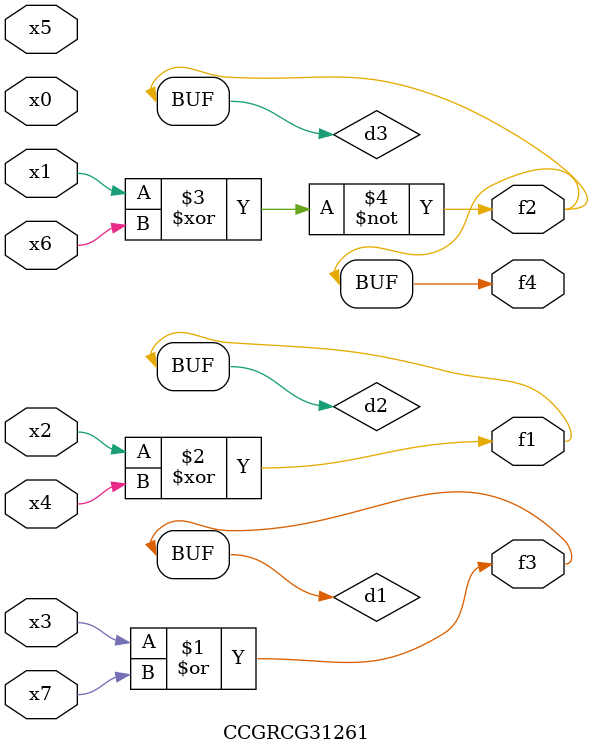
<source format=v>
module CCGRCG31261(
	input x0, x1, x2, x3, x4, x5, x6, x7,
	output f1, f2, f3, f4
);

	wire d1, d2, d3;

	or (d1, x3, x7);
	xor (d2, x2, x4);
	xnor (d3, x1, x6);
	assign f1 = d2;
	assign f2 = d3;
	assign f3 = d1;
	assign f4 = d3;
endmodule

</source>
